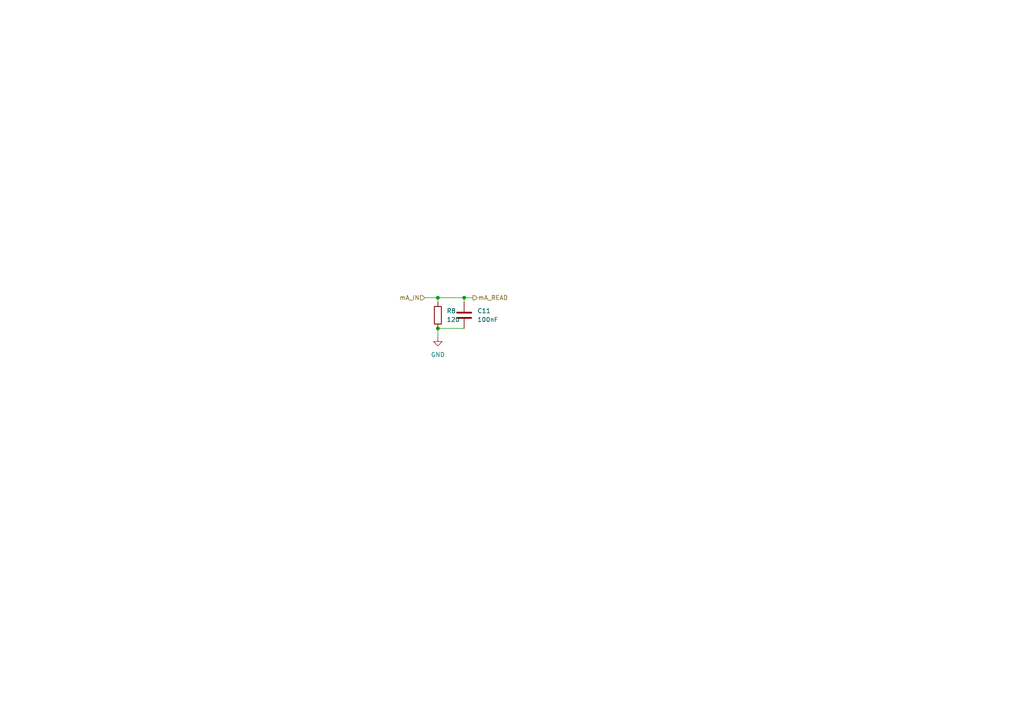
<source format=kicad_sch>
(kicad_sch
	(version 20250114)
	(generator "eeschema")
	(generator_version "9.0")
	(uuid "8748209c-463b-48c8-8b33-9352dfa13c8c")
	(paper "A4")
	(lib_symbols
		(symbol "Device:C"
			(pin_numbers
				(hide yes)
			)
			(pin_names
				(offset 0.254)
			)
			(exclude_from_sim no)
			(in_bom yes)
			(on_board yes)
			(property "Reference" "C"
				(at 0.635 2.54 0)
				(effects
					(font
						(size 1.27 1.27)
					)
					(justify left)
				)
			)
			(property "Value" "C"
				(at 0.635 -2.54 0)
				(effects
					(font
						(size 1.27 1.27)
					)
					(justify left)
				)
			)
			(property "Footprint" ""
				(at 0.9652 -3.81 0)
				(effects
					(font
						(size 1.27 1.27)
					)
					(hide yes)
				)
			)
			(property "Datasheet" "~"
				(at 0 0 0)
				(effects
					(font
						(size 1.27 1.27)
					)
					(hide yes)
				)
			)
			(property "Description" "Unpolarized capacitor"
				(at 0 0 0)
				(effects
					(font
						(size 1.27 1.27)
					)
					(hide yes)
				)
			)
			(property "ki_keywords" "cap capacitor"
				(at 0 0 0)
				(effects
					(font
						(size 1.27 1.27)
					)
					(hide yes)
				)
			)
			(property "ki_fp_filters" "C_*"
				(at 0 0 0)
				(effects
					(font
						(size 1.27 1.27)
					)
					(hide yes)
				)
			)
			(symbol "C_0_1"
				(polyline
					(pts
						(xy -2.032 0.762) (xy 2.032 0.762)
					)
					(stroke
						(width 0.508)
						(type default)
					)
					(fill
						(type none)
					)
				)
				(polyline
					(pts
						(xy -2.032 -0.762) (xy 2.032 -0.762)
					)
					(stroke
						(width 0.508)
						(type default)
					)
					(fill
						(type none)
					)
				)
			)
			(symbol "C_1_1"
				(pin passive line
					(at 0 3.81 270)
					(length 2.794)
					(name "~"
						(effects
							(font
								(size 1.27 1.27)
							)
						)
					)
					(number "1"
						(effects
							(font
								(size 1.27 1.27)
							)
						)
					)
				)
				(pin passive line
					(at 0 -3.81 90)
					(length 2.794)
					(name "~"
						(effects
							(font
								(size 1.27 1.27)
							)
						)
					)
					(number "2"
						(effects
							(font
								(size 1.27 1.27)
							)
						)
					)
				)
			)
			(embedded_fonts no)
		)
		(symbol "Device:R"
			(pin_numbers
				(hide yes)
			)
			(pin_names
				(offset 0)
			)
			(exclude_from_sim no)
			(in_bom yes)
			(on_board yes)
			(property "Reference" "R"
				(at 2.032 0 90)
				(effects
					(font
						(size 1.27 1.27)
					)
				)
			)
			(property "Value" "R"
				(at 0 0 90)
				(effects
					(font
						(size 1.27 1.27)
					)
				)
			)
			(property "Footprint" ""
				(at -1.778 0 90)
				(effects
					(font
						(size 1.27 1.27)
					)
					(hide yes)
				)
			)
			(property "Datasheet" "~"
				(at 0 0 0)
				(effects
					(font
						(size 1.27 1.27)
					)
					(hide yes)
				)
			)
			(property "Description" "Resistor"
				(at 0 0 0)
				(effects
					(font
						(size 1.27 1.27)
					)
					(hide yes)
				)
			)
			(property "ki_keywords" "R res resistor"
				(at 0 0 0)
				(effects
					(font
						(size 1.27 1.27)
					)
					(hide yes)
				)
			)
			(property "ki_fp_filters" "R_*"
				(at 0 0 0)
				(effects
					(font
						(size 1.27 1.27)
					)
					(hide yes)
				)
			)
			(symbol "R_0_1"
				(rectangle
					(start -1.016 -2.54)
					(end 1.016 2.54)
					(stroke
						(width 0.254)
						(type default)
					)
					(fill
						(type none)
					)
				)
			)
			(symbol "R_1_1"
				(pin passive line
					(at 0 3.81 270)
					(length 1.27)
					(name "~"
						(effects
							(font
								(size 1.27 1.27)
							)
						)
					)
					(number "1"
						(effects
							(font
								(size 1.27 1.27)
							)
						)
					)
				)
				(pin passive line
					(at 0 -3.81 90)
					(length 1.27)
					(name "~"
						(effects
							(font
								(size 1.27 1.27)
							)
						)
					)
					(number "2"
						(effects
							(font
								(size 1.27 1.27)
							)
						)
					)
				)
			)
			(embedded_fonts no)
		)
		(symbol "power:GND"
			(power)
			(pin_numbers
				(hide yes)
			)
			(pin_names
				(offset 0)
				(hide yes)
			)
			(exclude_from_sim no)
			(in_bom yes)
			(on_board yes)
			(property "Reference" "#PWR"
				(at 0 -6.35 0)
				(effects
					(font
						(size 1.27 1.27)
					)
					(hide yes)
				)
			)
			(property "Value" "GND"
				(at 0 -3.81 0)
				(effects
					(font
						(size 1.27 1.27)
					)
				)
			)
			(property "Footprint" ""
				(at 0 0 0)
				(effects
					(font
						(size 1.27 1.27)
					)
					(hide yes)
				)
			)
			(property "Datasheet" ""
				(at 0 0 0)
				(effects
					(font
						(size 1.27 1.27)
					)
					(hide yes)
				)
			)
			(property "Description" "Power symbol creates a global label with name \"GND\" , ground"
				(at 0 0 0)
				(effects
					(font
						(size 1.27 1.27)
					)
					(hide yes)
				)
			)
			(property "ki_keywords" "global power"
				(at 0 0 0)
				(effects
					(font
						(size 1.27 1.27)
					)
					(hide yes)
				)
			)
			(symbol "GND_0_1"
				(polyline
					(pts
						(xy 0 0) (xy 0 -1.27) (xy 1.27 -1.27) (xy 0 -2.54) (xy -1.27 -1.27) (xy 0 -1.27)
					)
					(stroke
						(width 0)
						(type default)
					)
					(fill
						(type none)
					)
				)
			)
			(symbol "GND_1_1"
				(pin power_in line
					(at 0 0 270)
					(length 0)
					(name "~"
						(effects
							(font
								(size 1.27 1.27)
							)
						)
					)
					(number "1"
						(effects
							(font
								(size 1.27 1.27)
							)
						)
					)
				)
			)
			(embedded_fonts no)
		)
	)
	(junction
		(at 127 95.25)
		(diameter 0)
		(color 0 0 0 0)
		(uuid "073e6e56-882a-4309-8c6f-f56442752e8b")
	)
	(junction
		(at 127 86.36)
		(diameter 0)
		(color 0 0 0 0)
		(uuid "2b329f8d-ac5f-4388-aefc-00867ac9f2b6")
	)
	(junction
		(at 134.62 86.36)
		(diameter 0)
		(color 0 0 0 0)
		(uuid "368831e4-d1f4-4ff3-944e-0ea688295658")
	)
	(wire
		(pts
			(xy 127 86.36) (xy 127 87.63)
		)
		(stroke
			(width 0)
			(type default)
		)
		(uuid "040f8fe4-07f3-4fa3-b599-0ef528a0e03b")
	)
	(wire
		(pts
			(xy 134.62 86.36) (xy 137.16 86.36)
		)
		(stroke
			(width 0)
			(type default)
		)
		(uuid "1f3918a7-846a-4dfa-8c1f-01038bedbd88")
	)
	(wire
		(pts
			(xy 123.19 86.36) (xy 127 86.36)
		)
		(stroke
			(width 0)
			(type default)
		)
		(uuid "4f0f1ee5-466d-41e2-a27a-9cbce10cf4ca")
	)
	(wire
		(pts
			(xy 127 95.25) (xy 134.62 95.25)
		)
		(stroke
			(width 0)
			(type default)
		)
		(uuid "7842ef56-3275-4d4b-ac36-da6a68aa2e3d")
	)
	(wire
		(pts
			(xy 134.62 86.36) (xy 134.62 87.63)
		)
		(stroke
			(width 0)
			(type default)
		)
		(uuid "93d2cf15-6a86-48ea-9fe1-2273b046c3e6")
	)
	(wire
		(pts
			(xy 127 86.36) (xy 134.62 86.36)
		)
		(stroke
			(width 0)
			(type default)
		)
		(uuid "aa6bbc8b-e5c4-407c-b433-4a5b35427156")
	)
	(wire
		(pts
			(xy 127 95.25) (xy 127 97.79)
		)
		(stroke
			(width 0)
			(type default)
		)
		(uuid "e5f24dea-294d-4f94-bece-530d29a44099")
	)
	(hierarchical_label "mA_IN"
		(shape input)
		(at 123.19 86.36 180)
		(effects
			(font
				(size 1.27 1.27)
			)
			(justify right)
		)
		(uuid "c7836949-5bae-4298-a862-939a145fd298")
	)
	(hierarchical_label "mA_READ"
		(shape output)
		(at 137.16 86.36 0)
		(effects
			(font
				(size 1.27 1.27)
			)
			(justify left)
		)
		(uuid "ff51f694-364f-4e36-be1a-13e24b1e3ed1")
	)
	(symbol
		(lib_id "Device:R")
		(at 127 91.44 180)
		(unit 1)
		(exclude_from_sim no)
		(in_bom yes)
		(on_board yes)
		(dnp no)
		(fields_autoplaced yes)
		(uuid "06de1664-3be1-4d57-8c4f-078139e7dcba")
		(property "Reference" "R8"
			(at 129.54 90.1699 0)
			(effects
				(font
					(size 1.27 1.27)
				)
				(justify right)
			)
		)
		(property "Value" "120"
			(at 129.54 92.7099 0)
			(effects
				(font
					(size 1.27 1.27)
				)
				(justify right)
			)
		)
		(property "Footprint" ""
			(at 128.778 91.44 90)
			(effects
				(font
					(size 1.27 1.27)
				)
				(hide yes)
			)
		)
		(property "Datasheet" "~"
			(at 127 91.44 0)
			(effects
				(font
					(size 1.27 1.27)
				)
				(hide yes)
			)
		)
		(property "Description" "Resistor"
			(at 127 91.44 0)
			(effects
				(font
					(size 1.27 1.27)
				)
				(hide yes)
			)
		)
		(property "Tolerance" "0.1-1%"
			(at 127 91.44 0)
			(effects
				(font
					(size 1.27 1.27)
				)
				(hide yes)
			)
		)
		(pin "1"
			(uuid "e4deee99-bdfb-4926-835b-a40e634ef5a5")
		)
		(pin "2"
			(uuid "694f6152-f950-447b-8253-ede09748c302")
		)
		(instances
			(project "NIVARA"
				(path "/8290cc18-06d0-4e02-a781-29a61ebc321a/9e4d7a0c-a5eb-4e88-9036-0c35e68b279a/89d29688-da71-49bb-a25b-d6f160f4d0d4"
					(reference "R8")
					(unit 1)
				)
			)
		)
	)
	(symbol
		(lib_id "Device:C")
		(at 134.62 91.44 0)
		(unit 1)
		(exclude_from_sim no)
		(in_bom yes)
		(on_board yes)
		(dnp no)
		(fields_autoplaced yes)
		(uuid "a6b590fd-b1e3-4547-b291-656ff020d666")
		(property "Reference" "C11"
			(at 138.43 90.1699 0)
			(effects
				(font
					(size 1.27 1.27)
				)
				(justify left)
			)
		)
		(property "Value" "100nF"
			(at 138.43 92.7099 0)
			(effects
				(font
					(size 1.27 1.27)
				)
				(justify left)
			)
		)
		(property "Footprint" ""
			(at 135.5852 95.25 0)
			(effects
				(font
					(size 1.27 1.27)
				)
				(hide yes)
			)
		)
		(property "Datasheet" "~"
			(at 134.62 91.44 0)
			(effects
				(font
					(size 1.27 1.27)
				)
				(hide yes)
			)
		)
		(property "Description" "Unpolarized capacitor"
			(at 134.62 91.44 0)
			(effects
				(font
					(size 1.27 1.27)
				)
				(hide yes)
			)
		)
		(pin "2"
			(uuid "fdcb3717-c529-4530-b91e-6295fd73c67f")
		)
		(pin "1"
			(uuid "685ce0a2-7a14-434d-b71f-801195fb46f1")
		)
		(instances
			(project "NIVARA"
				(path "/8290cc18-06d0-4e02-a781-29a61ebc321a/9e4d7a0c-a5eb-4e88-9036-0c35e68b279a/89d29688-da71-49bb-a25b-d6f160f4d0d4"
					(reference "C11")
					(unit 1)
				)
			)
		)
	)
	(symbol
		(lib_id "power:GND")
		(at 127 97.79 0)
		(unit 1)
		(exclude_from_sim no)
		(in_bom yes)
		(on_board yes)
		(dnp no)
		(fields_autoplaced yes)
		(uuid "fb689e34-0b60-4d3f-8556-1e14706045f9")
		(property "Reference" "#PWR029"
			(at 127 104.14 0)
			(effects
				(font
					(size 1.27 1.27)
				)
				(hide yes)
			)
		)
		(property "Value" "GND"
			(at 127 102.87 0)
			(effects
				(font
					(size 1.27 1.27)
				)
			)
		)
		(property "Footprint" ""
			(at 127 97.79 0)
			(effects
				(font
					(size 1.27 1.27)
				)
				(hide yes)
			)
		)
		(property "Datasheet" ""
			(at 127 97.79 0)
			(effects
				(font
					(size 1.27 1.27)
				)
				(hide yes)
			)
		)
		(property "Description" "Power symbol creates a global label with name \"GND\" , ground"
			(at 127 97.79 0)
			(effects
				(font
					(size 1.27 1.27)
				)
				(hide yes)
			)
		)
		(pin "1"
			(uuid "ce5aeb2c-4b6f-4319-a5ae-0ff72d1fee6d")
		)
		(instances
			(project "NIVARA"
				(path "/8290cc18-06d0-4e02-a781-29a61ebc321a/9e4d7a0c-a5eb-4e88-9036-0c35e68b279a/89d29688-da71-49bb-a25b-d6f160f4d0d4"
					(reference "#PWR029")
					(unit 1)
				)
			)
		)
	)
)

</source>
